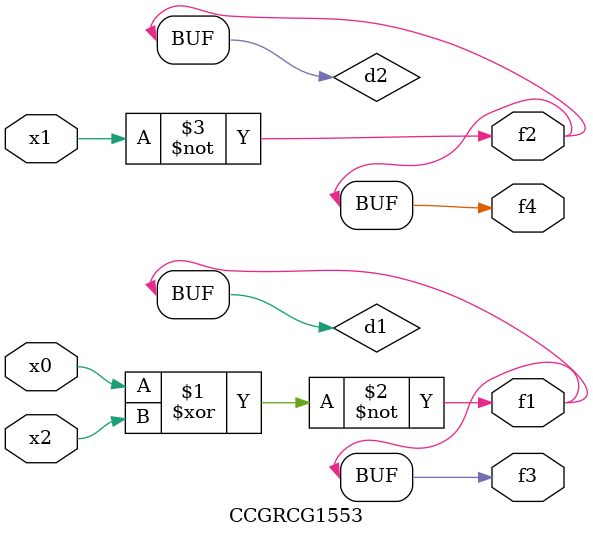
<source format=v>
module CCGRCG1553(
	input x0, x1, x2,
	output f1, f2, f3, f4
);

	wire d1, d2, d3;

	xnor (d1, x0, x2);
	nand (d2, x1);
	nor (d3, x1, x2);
	assign f1 = d1;
	assign f2 = d2;
	assign f3 = d1;
	assign f4 = d2;
endmodule

</source>
